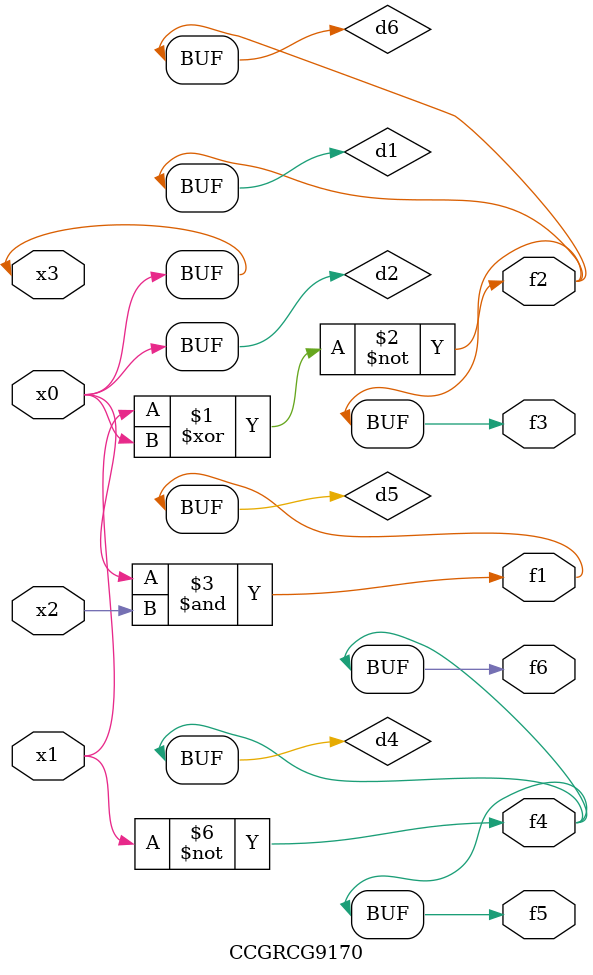
<source format=v>
module CCGRCG9170(
	input x0, x1, x2, x3,
	output f1, f2, f3, f4, f5, f6
);

	wire d1, d2, d3, d4, d5, d6;

	xnor (d1, x1, x3);
	buf (d2, x0, x3);
	nand (d3, x0, x2);
	not (d4, x1);
	nand (d5, d3);
	or (d6, d1);
	assign f1 = d5;
	assign f2 = d6;
	assign f3 = d6;
	assign f4 = d4;
	assign f5 = d4;
	assign f6 = d4;
endmodule

</source>
